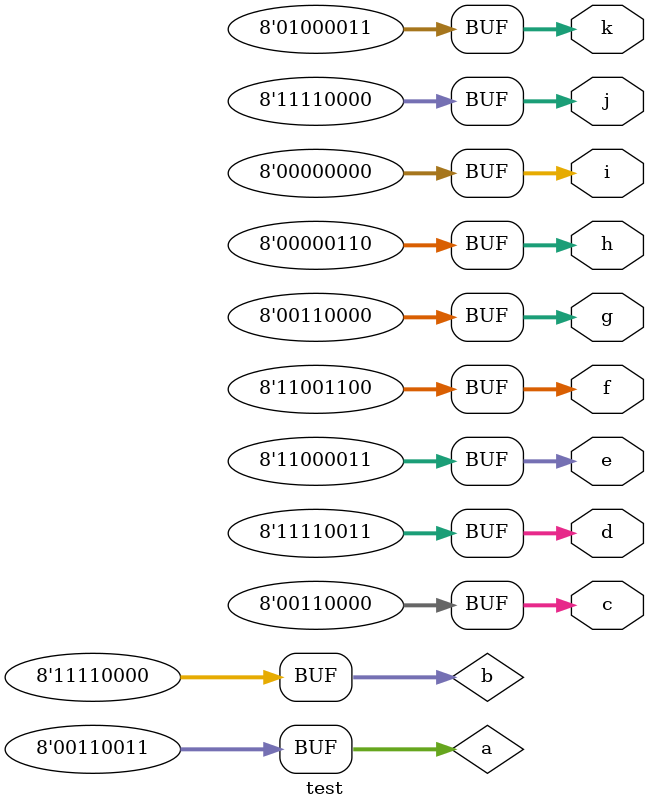
<source format=v>
module test (
    output [7:0] c,d,e,f,g,h,i,j,k
);
   wire [7:0] a,b;
   assign a=8'b0011_0011;
   assign b=8'b1111_0000;
   assign c=a&b;
   assign d=a|b;
   assign e=a^b;
   assign f=~a;
   assign g={a[3:0],b[3:0]};
   assign h=a>>3;
   assign i=&b;
   assign j=(a>b)?a:b;
   assign k=a-b;
endmodule
</source>
